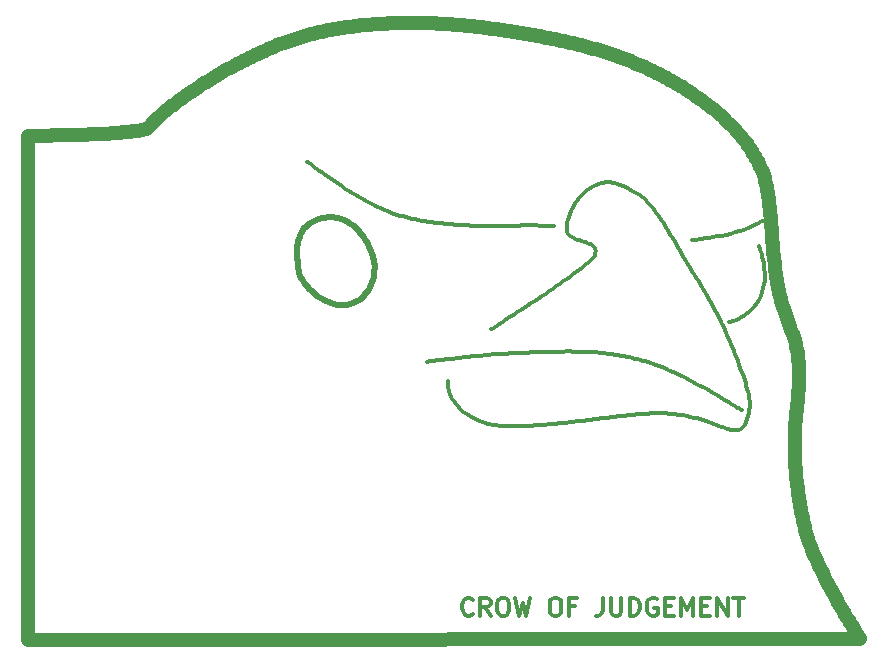
<source format=gbr>
%TF.GenerationSoftware,KiCad,Pcbnew,5.1.6-c6e7f7d~87~ubuntu19.10.1*%
%TF.CreationDate,2020-12-09T03:37:03-08:00*%
%TF.ProjectId,robocrob,726f626f-6372-46f6-922e-6b696361645f,rev?*%
%TF.SameCoordinates,Original*%
%TF.FileFunction,Legend,Top*%
%TF.FilePolarity,Positive*%
%FSLAX46Y46*%
G04 Gerber Fmt 4.6, Leading zero omitted, Abs format (unit mm)*
G04 Created by KiCad (PCBNEW 5.1.6-c6e7f7d~87~ubuntu19.10.1) date 2020-12-09 03:37:03*
%MOMM*%
%LPD*%
G01*
G04 APERTURE LIST*
%ADD10C,0.300000*%
%ADD11C,1.211414*%
%ADD12C,0.332145*%
%ADD13C,0.483092*%
G04 APERTURE END LIST*
D10*
X54476428Y-66575714D02*
X54405000Y-66647142D01*
X54190714Y-66718571D01*
X54047857Y-66718571D01*
X53833571Y-66647142D01*
X53690714Y-66504285D01*
X53619285Y-66361428D01*
X53547857Y-66075714D01*
X53547857Y-65861428D01*
X53619285Y-65575714D01*
X53690714Y-65432857D01*
X53833571Y-65290000D01*
X54047857Y-65218571D01*
X54190714Y-65218571D01*
X54405000Y-65290000D01*
X54476428Y-65361428D01*
X55976428Y-66718571D02*
X55476428Y-66004285D01*
X55119285Y-66718571D02*
X55119285Y-65218571D01*
X55690714Y-65218571D01*
X55833571Y-65290000D01*
X55905000Y-65361428D01*
X55976428Y-65504285D01*
X55976428Y-65718571D01*
X55905000Y-65861428D01*
X55833571Y-65932857D01*
X55690714Y-66004285D01*
X55119285Y-66004285D01*
X56905000Y-65218571D02*
X57190714Y-65218571D01*
X57333571Y-65290000D01*
X57476428Y-65432857D01*
X57547857Y-65718571D01*
X57547857Y-66218571D01*
X57476428Y-66504285D01*
X57333571Y-66647142D01*
X57190714Y-66718571D01*
X56905000Y-66718571D01*
X56762142Y-66647142D01*
X56619285Y-66504285D01*
X56547857Y-66218571D01*
X56547857Y-65718571D01*
X56619285Y-65432857D01*
X56762142Y-65290000D01*
X56905000Y-65218571D01*
X58047857Y-65218571D02*
X58405000Y-66718571D01*
X58690714Y-65647142D01*
X58976428Y-66718571D01*
X59333571Y-65218571D01*
X61333571Y-65218571D02*
X61619285Y-65218571D01*
X61762142Y-65290000D01*
X61905000Y-65432857D01*
X61976428Y-65718571D01*
X61976428Y-66218571D01*
X61905000Y-66504285D01*
X61762142Y-66647142D01*
X61619285Y-66718571D01*
X61333571Y-66718571D01*
X61190714Y-66647142D01*
X61047857Y-66504285D01*
X60976428Y-66218571D01*
X60976428Y-65718571D01*
X61047857Y-65432857D01*
X61190714Y-65290000D01*
X61333571Y-65218571D01*
X63119285Y-65932857D02*
X62619285Y-65932857D01*
X62619285Y-66718571D02*
X62619285Y-65218571D01*
X63333571Y-65218571D01*
X65476428Y-65218571D02*
X65476428Y-66290000D01*
X65405000Y-66504285D01*
X65262142Y-66647142D01*
X65047857Y-66718571D01*
X64905000Y-66718571D01*
X66190714Y-65218571D02*
X66190714Y-66432857D01*
X66262142Y-66575714D01*
X66333571Y-66647142D01*
X66476428Y-66718571D01*
X66762142Y-66718571D01*
X66905000Y-66647142D01*
X66976428Y-66575714D01*
X67047857Y-66432857D01*
X67047857Y-65218571D01*
X67762142Y-66718571D02*
X67762142Y-65218571D01*
X68119285Y-65218571D01*
X68333571Y-65290000D01*
X68476428Y-65432857D01*
X68547857Y-65575714D01*
X68619285Y-65861428D01*
X68619285Y-66075714D01*
X68547857Y-66361428D01*
X68476428Y-66504285D01*
X68333571Y-66647142D01*
X68119285Y-66718571D01*
X67762142Y-66718571D01*
X70047857Y-65290000D02*
X69905000Y-65218571D01*
X69690714Y-65218571D01*
X69476428Y-65290000D01*
X69333571Y-65432857D01*
X69262142Y-65575714D01*
X69190714Y-65861428D01*
X69190714Y-66075714D01*
X69262142Y-66361428D01*
X69333571Y-66504285D01*
X69476428Y-66647142D01*
X69690714Y-66718571D01*
X69833571Y-66718571D01*
X70047857Y-66647142D01*
X70119285Y-66575714D01*
X70119285Y-66075714D01*
X69833571Y-66075714D01*
X70762142Y-65932857D02*
X71262142Y-65932857D01*
X71476428Y-66718571D02*
X70762142Y-66718571D01*
X70762142Y-65218571D01*
X71476428Y-65218571D01*
X72119285Y-66718571D02*
X72119285Y-65218571D01*
X72619285Y-66290000D01*
X73119285Y-65218571D01*
X73119285Y-66718571D01*
X73833571Y-65932857D02*
X74333571Y-65932857D01*
X74547857Y-66718571D02*
X73833571Y-66718571D01*
X73833571Y-65218571D01*
X74547857Y-65218571D01*
X75190714Y-66718571D02*
X75190714Y-65218571D01*
X76047857Y-66718571D01*
X76047857Y-65218571D01*
X76547857Y-65218571D02*
X77405000Y-65218571D01*
X76976428Y-66718571D02*
X76976428Y-65218571D01*
D11*
%TO.C,svg2mod*%
X16843864Y-26099034D02*
X16861643Y-26098926D01*
X16861643Y-26098926D02*
X16913809Y-26098571D01*
X16913809Y-26098571D02*
X16998603Y-26097921D01*
X16998603Y-26097921D02*
X17114263Y-26096927D01*
X17114263Y-26096927D02*
X17259032Y-26095543D01*
X17259032Y-26095543D02*
X17431149Y-26093719D01*
X17431149Y-26093719D02*
X17628856Y-26091409D01*
X17628856Y-26091409D02*
X17850392Y-26088563D01*
X17850392Y-26088563D02*
X18093999Y-26085134D01*
X18093999Y-26085134D02*
X18357917Y-26081074D01*
X18357917Y-26081074D02*
X18640386Y-26076336D01*
X18640386Y-26076336D02*
X18939647Y-26070870D01*
X18939647Y-26070870D02*
X19253941Y-26064630D01*
X19253941Y-26064630D02*
X19581508Y-26057567D01*
X19581508Y-26057567D02*
X19920589Y-26049633D01*
X19920589Y-26049633D02*
X20269424Y-26040780D01*
X20269424Y-26040780D02*
X20626254Y-26030961D01*
X20626254Y-26030961D02*
X20989320Y-26020127D01*
X20989320Y-26020127D02*
X21356862Y-26008230D01*
X21356862Y-26008230D02*
X21727120Y-25995223D01*
X21727120Y-25995223D02*
X22098335Y-25981057D01*
X22098335Y-25981057D02*
X22468748Y-25965685D01*
X22468748Y-25965685D02*
X22836600Y-25949059D01*
X22836600Y-25949059D02*
X23200130Y-25931130D01*
X23200130Y-25931130D02*
X23557580Y-25911850D01*
X23557580Y-25911850D02*
X23907190Y-25891172D01*
X23907190Y-25891172D02*
X24247200Y-25869048D01*
X24247200Y-25869048D02*
X24575852Y-25845430D01*
X24575852Y-25845430D02*
X24891385Y-25820270D01*
X24891385Y-25820270D02*
X25192040Y-25793519D01*
X25192040Y-25793519D02*
X25476058Y-25765130D01*
X25476058Y-25765130D02*
X25741680Y-25735055D01*
X25741680Y-25735055D02*
X25987146Y-25703246D01*
X25987146Y-25703246D02*
X26210696Y-25669655D01*
X26210696Y-25669655D02*
X26410572Y-25634234D01*
X26410572Y-25634234D02*
X26585013Y-25596935D01*
X26585013Y-25596935D02*
X26732260Y-25557710D01*
X26732260Y-25557710D02*
X26850554Y-25516511D01*
X26850554Y-25516511D02*
X26938135Y-25473291D01*
X26938135Y-25473291D02*
X26993245Y-25428001D01*
X26993245Y-25428001D02*
X27090579Y-25313194D01*
X27090579Y-25313194D02*
X27195271Y-25195442D01*
X27195271Y-25195442D02*
X27307159Y-25074869D01*
X27307159Y-25074869D02*
X27426077Y-24951602D01*
X27426077Y-24951602D02*
X27551862Y-24825768D01*
X27551862Y-24825768D02*
X27684350Y-24697493D01*
X27684350Y-24697493D02*
X27823378Y-24566904D01*
X27823378Y-24566904D02*
X27968780Y-24434128D01*
X27968780Y-24434128D02*
X28120394Y-24299290D01*
X28120394Y-24299290D02*
X28278055Y-24162518D01*
X28278055Y-24162518D02*
X28441600Y-24023938D01*
X28441600Y-24023938D02*
X28610864Y-23883675D01*
X28610864Y-23883675D02*
X28785684Y-23741858D01*
X28785684Y-23741858D02*
X28965896Y-23598612D01*
X28965896Y-23598612D02*
X29151335Y-23454064D01*
X29151335Y-23454064D02*
X29341839Y-23308341D01*
X29341839Y-23308341D02*
X29537242Y-23161568D01*
X29537242Y-23161568D02*
X29737382Y-23013873D01*
X29737382Y-23013873D02*
X29942093Y-22865381D01*
X29942093Y-22865381D02*
X30151213Y-22716220D01*
X30151213Y-22716220D02*
X30364578Y-22566516D01*
X30364578Y-22566516D02*
X30582022Y-22416395D01*
X30582022Y-22416395D02*
X30803383Y-22265984D01*
X30803383Y-22265984D02*
X31028497Y-22115410D01*
X31028497Y-22115410D02*
X31257200Y-21964798D01*
X31257200Y-21964798D02*
X31489327Y-21814276D01*
X31489327Y-21814276D02*
X31724715Y-21663970D01*
X31724715Y-21663970D02*
X31963200Y-21514006D01*
X31963200Y-21514006D02*
X32204619Y-21364512D01*
X32204619Y-21364512D02*
X32448806Y-21215612D01*
X32448806Y-21215612D02*
X32695598Y-21067435D01*
X32695598Y-21067435D02*
X32944832Y-20920106D01*
X32944832Y-20920106D02*
X33196344Y-20773752D01*
X33196344Y-20773752D02*
X33449968Y-20628500D01*
X33449968Y-20628500D02*
X33705543Y-20484476D01*
X33705543Y-20484476D02*
X33962902Y-20341806D01*
X33962902Y-20341806D02*
X34221884Y-20200617D01*
X34221884Y-20200617D02*
X34482324Y-20061035D01*
X34482324Y-20061035D02*
X34744057Y-19923188D01*
X34744057Y-19923188D02*
X35006920Y-19787201D01*
X35006920Y-19787201D02*
X35270750Y-19653201D01*
X35270750Y-19653201D02*
X35535382Y-19521315D01*
X35535382Y-19521315D02*
X35800652Y-19391668D01*
X35800652Y-19391668D02*
X36066396Y-19264389D01*
X36066396Y-19264389D02*
X36332451Y-19139602D01*
X36332451Y-19139602D02*
X36598652Y-19017435D01*
X36598652Y-19017435D02*
X36864836Y-18898014D01*
X36864836Y-18898014D02*
X37130838Y-18781465D01*
X37130838Y-18781465D02*
X37396496Y-18667915D01*
X37396496Y-18667915D02*
X37661644Y-18557492D01*
X37661644Y-18557492D02*
X37926119Y-18450320D01*
X37926119Y-18450320D02*
X38189757Y-18346526D01*
X38189757Y-18346526D02*
X38452394Y-18246238D01*
X38452394Y-18246238D02*
X38713867Y-18149582D01*
X38713867Y-18149582D02*
X38974011Y-18056683D01*
X38974011Y-18056683D02*
X39232662Y-17967669D01*
X39232662Y-17967669D02*
X39489657Y-17882667D01*
X39489657Y-17882667D02*
X39744831Y-17801801D01*
X39744831Y-17801801D02*
X39998021Y-17725200D01*
X39998021Y-17725200D02*
X40249063Y-17652990D01*
X40249063Y-17652990D02*
X40497793Y-17585297D01*
X40497793Y-17585297D02*
X40744761Y-17521270D01*
X40744761Y-17521270D02*
X40992451Y-17459478D01*
X40992451Y-17459478D02*
X41240845Y-17399900D01*
X41240845Y-17399900D02*
X41489929Y-17342517D01*
X41489929Y-17342517D02*
X41739684Y-17287308D01*
X41739684Y-17287308D02*
X41990095Y-17234254D01*
X41990095Y-17234254D02*
X42241144Y-17183335D01*
X42241144Y-17183335D02*
X42492816Y-17134532D01*
X42492816Y-17134532D02*
X42745094Y-17087824D01*
X42745094Y-17087824D02*
X42997962Y-17043191D01*
X42997962Y-17043191D02*
X43251402Y-17000614D01*
X43251402Y-17000614D02*
X43505399Y-16960072D01*
X43505399Y-16960072D02*
X43759935Y-16921547D01*
X43759935Y-16921547D02*
X44014995Y-16885018D01*
X44014995Y-16885018D02*
X44270562Y-16850465D01*
X44270562Y-16850465D02*
X44526619Y-16817868D01*
X44526619Y-16817868D02*
X44783149Y-16787208D01*
X44783149Y-16787208D02*
X45040137Y-16758465D01*
X45040137Y-16758465D02*
X45297566Y-16731619D01*
X45297566Y-16731619D02*
X45555419Y-16706650D01*
X45555419Y-16706650D02*
X45813679Y-16683538D01*
X45813679Y-16683538D02*
X46072331Y-16662263D01*
X46072331Y-16662263D02*
X46331357Y-16642806D01*
X46331357Y-16642806D02*
X46590742Y-16625147D01*
X46590742Y-16625147D02*
X46850468Y-16609265D01*
X46850468Y-16609265D02*
X47110519Y-16595141D01*
X47110519Y-16595141D02*
X47370879Y-16582756D01*
X47370879Y-16582756D02*
X47631531Y-16572089D01*
X47631531Y-16572089D02*
X47892459Y-16563120D01*
X47892459Y-16563120D02*
X48153645Y-16555830D01*
X48153645Y-16555830D02*
X48415074Y-16550199D01*
X48415074Y-16550199D02*
X48676729Y-16546207D01*
X48676729Y-16546207D02*
X48938594Y-16543833D01*
X48938594Y-16543833D02*
X49200651Y-16543059D01*
X49200651Y-16543059D02*
X49462885Y-16543865D01*
X49462885Y-16543865D02*
X49725279Y-16546230D01*
X49725279Y-16546230D02*
X49987817Y-16550135D01*
X49987817Y-16550135D02*
X50250481Y-16555559D01*
X50250481Y-16555559D02*
X50513255Y-16562484D01*
X50513255Y-16562484D02*
X50776124Y-16570889D01*
X50776124Y-16570889D02*
X51039069Y-16580754D01*
X51039069Y-16580754D02*
X51302076Y-16592060D01*
X51302076Y-16592060D02*
X51565127Y-16604786D01*
X51565127Y-16604786D02*
X51828206Y-16618913D01*
X51828206Y-16618913D02*
X52091295Y-16634422D01*
X52091295Y-16634422D02*
X52354380Y-16651291D01*
X52354380Y-16651291D02*
X52617443Y-16669501D01*
X52617443Y-16669501D02*
X52880468Y-16689034D01*
X52880468Y-16689034D02*
X53143437Y-16709867D01*
X53143437Y-16709867D02*
X53406336Y-16731983D01*
X53406336Y-16731983D02*
X53669147Y-16755360D01*
X53669147Y-16755360D02*
X53931853Y-16779979D01*
X53931853Y-16779979D02*
X54194438Y-16805821D01*
X54194438Y-16805821D02*
X54456886Y-16832865D01*
X54456886Y-16832865D02*
X54719180Y-16861091D01*
X54719180Y-16861091D02*
X54981304Y-16890481D01*
X54981304Y-16890481D02*
X55243241Y-16921013D01*
X55243241Y-16921013D02*
X55504974Y-16952668D01*
X55504974Y-16952668D02*
X55766487Y-16985426D01*
X55766487Y-16985426D02*
X56027764Y-17019268D01*
X56027764Y-17019268D02*
X56288788Y-17054173D01*
X56288788Y-17054173D02*
X56549542Y-17090122D01*
X56549542Y-17090122D02*
X56810010Y-17127094D01*
X56810010Y-17127094D02*
X57070176Y-17165071D01*
X57070176Y-17165071D02*
X57330023Y-17204031D01*
X57330023Y-17204031D02*
X57589533Y-17243956D01*
X57589533Y-17243956D02*
X57848692Y-17284825D01*
X57848692Y-17284825D02*
X58107482Y-17326619D01*
X58107482Y-17326619D02*
X58365887Y-17369318D01*
X58365887Y-17369318D02*
X58623891Y-17412901D01*
X58623891Y-17412901D02*
X58881476Y-17457350D01*
X58881476Y-17457350D02*
X59138626Y-17502644D01*
X59138626Y-17502644D02*
X59395325Y-17548763D01*
X59395325Y-17548763D02*
X59651557Y-17595688D01*
X59651557Y-17595688D02*
X59907304Y-17643398D01*
X59907304Y-17643398D02*
X60162550Y-17691874D01*
X60162550Y-17691874D02*
X60417279Y-17741096D01*
X60417279Y-17741096D02*
X60671474Y-17791044D01*
X60671474Y-17791044D02*
X60925119Y-17841699D01*
X60925119Y-17841699D02*
X61178197Y-17893040D01*
X61178197Y-17893040D02*
X61430692Y-17945048D01*
X61430692Y-17945048D02*
X61682587Y-17997702D01*
X61682587Y-17997702D02*
X61933865Y-18050984D01*
X61933865Y-18050984D02*
X62184510Y-18104872D01*
X62184510Y-18104872D02*
X62434506Y-18159348D01*
X62434506Y-18159348D02*
X62683836Y-18214391D01*
X62683836Y-18214391D02*
X62933469Y-18270816D01*
X62933469Y-18270816D02*
X63182999Y-18329153D01*
X63182999Y-18329153D02*
X63432389Y-18389405D01*
X63432389Y-18389405D02*
X63681606Y-18451577D01*
X63681606Y-18451577D02*
X63930614Y-18515674D01*
X63930614Y-18515674D02*
X64179378Y-18581700D01*
X64179378Y-18581700D02*
X64427863Y-18649660D01*
X64427863Y-18649660D02*
X64676034Y-18719559D01*
X64676034Y-18719559D02*
X64923856Y-18791400D01*
X64923856Y-18791400D02*
X65171294Y-18865190D01*
X65171294Y-18865190D02*
X65418312Y-18940932D01*
X65418312Y-18940932D02*
X65664877Y-19018631D01*
X65664877Y-19018631D02*
X65910951Y-19098292D01*
X65910951Y-19098292D02*
X66156502Y-19179919D01*
X66156502Y-19179919D02*
X66401493Y-19263517D01*
X66401493Y-19263517D02*
X66645889Y-19349091D01*
X66645889Y-19349091D02*
X66889656Y-19436645D01*
X66889656Y-19436645D02*
X67132758Y-19526183D01*
X67132758Y-19526183D02*
X67375160Y-19617711D01*
X67375160Y-19617711D02*
X67616827Y-19711232D01*
X67616827Y-19711232D02*
X67857725Y-19806753D01*
X67857725Y-19806753D02*
X68097818Y-19904276D01*
X68097818Y-19904276D02*
X68337070Y-20003807D01*
X68337070Y-20003807D02*
X68575448Y-20105351D01*
X68575448Y-20105351D02*
X68812915Y-20208912D01*
X68812915Y-20208912D02*
X69049438Y-20314494D01*
X69049438Y-20314494D02*
X69284980Y-20422103D01*
X69284980Y-20422103D02*
X69519506Y-20531743D01*
X69519506Y-20531743D02*
X69752983Y-20643418D01*
X69752983Y-20643418D02*
X69985373Y-20757133D01*
X69985373Y-20757133D02*
X70216644Y-20872893D01*
X70216644Y-20872893D02*
X70446758Y-20990703D01*
X70446758Y-20990703D02*
X70675682Y-21110566D01*
X70675682Y-21110566D02*
X70903381Y-21232488D01*
X70903381Y-21232488D02*
X71129818Y-21356473D01*
X71129818Y-21356473D02*
X71354960Y-21482526D01*
X71354960Y-21482526D02*
X71578771Y-21610652D01*
X71578771Y-21610652D02*
X71801216Y-21740854D01*
X71801216Y-21740854D02*
X72022260Y-21873138D01*
X72022260Y-21873138D02*
X72241868Y-22007509D01*
X72241868Y-22007509D02*
X72460004Y-22143970D01*
X72460004Y-22143970D02*
X72676635Y-22282527D01*
X72676635Y-22282527D02*
X72891724Y-22423184D01*
X72891724Y-22423184D02*
X73105237Y-22565946D01*
X73105237Y-22565946D02*
X73317138Y-22710817D01*
X73317138Y-22710817D02*
X73527393Y-22857802D01*
X73527393Y-22857802D02*
X73735966Y-23006906D01*
X73735966Y-23006906D02*
X73942823Y-23158132D01*
X73942823Y-23158132D02*
X74147928Y-23311487D01*
X74147928Y-23311487D02*
X74351246Y-23466974D01*
X74351246Y-23466974D02*
X74552743Y-23624599D01*
X74552743Y-23624599D02*
X74754178Y-23785845D01*
X74754178Y-23785845D02*
X74954321Y-23949920D01*
X74954321Y-23949920D02*
X75152963Y-24116821D01*
X75152963Y-24116821D02*
X75349893Y-24286542D01*
X75349893Y-24286542D02*
X75544900Y-24459081D01*
X75544900Y-24459081D02*
X75737773Y-24634432D01*
X75737773Y-24634432D02*
X75928304Y-24812593D01*
X75928304Y-24812593D02*
X76116280Y-24993559D01*
X76116280Y-24993559D02*
X76301492Y-25177327D01*
X76301492Y-25177327D02*
X76483729Y-25363892D01*
X76483729Y-25363892D02*
X76662780Y-25553250D01*
X76662780Y-25553250D02*
X76838436Y-25745398D01*
X76838436Y-25745398D02*
X77010485Y-25940332D01*
X77010485Y-25940332D02*
X77178718Y-26138047D01*
X77178718Y-26138047D02*
X77342923Y-26338540D01*
X77342923Y-26338540D02*
X77502891Y-26541807D01*
X77502891Y-26541807D02*
X77658410Y-26747844D01*
X77658410Y-26747844D02*
X77809271Y-26956647D01*
X77809271Y-26956647D02*
X77955263Y-27168212D01*
X77955263Y-27168212D02*
X78096175Y-27382535D01*
X78096175Y-27382535D02*
X78231797Y-27599612D01*
X78231797Y-27599612D02*
X78361919Y-27819439D01*
X78361919Y-27819439D02*
X78486330Y-28042013D01*
X78486330Y-28042013D02*
X78604819Y-28267329D01*
X78604819Y-28267329D02*
X78717177Y-28495383D01*
X78717177Y-28495383D02*
X78823192Y-28726172D01*
X78823192Y-28726172D02*
X78922654Y-28959691D01*
X78922654Y-28959691D02*
X79015354Y-29195937D01*
X79015354Y-29195937D02*
X79101079Y-29434905D01*
X79101079Y-29434905D02*
X79179620Y-29676593D01*
X79179620Y-29676593D02*
X79250767Y-29920995D01*
X79250767Y-29920995D02*
X79314309Y-30168108D01*
X79314309Y-30168108D02*
X79370035Y-30417928D01*
X79370035Y-30417928D02*
X79417735Y-30670450D01*
X79417735Y-30670450D02*
X79459193Y-30922689D01*
X79459193Y-30922689D02*
X79497239Y-31175837D01*
X79497239Y-31175837D02*
X79532143Y-31429816D01*
X79532143Y-31429816D02*
X79564171Y-31684546D01*
X79564171Y-31684546D02*
X79593594Y-31939949D01*
X79593594Y-31939949D02*
X79620680Y-32195948D01*
X79620680Y-32195948D02*
X79645698Y-32452463D01*
X79645698Y-32452463D02*
X79668916Y-32709417D01*
X79668916Y-32709417D02*
X79690602Y-32966730D01*
X79690602Y-32966730D02*
X79711027Y-33224324D01*
X79711027Y-33224324D02*
X79730457Y-33482121D01*
X79730457Y-33482121D02*
X79749163Y-33740043D01*
X79749163Y-33740043D02*
X79767413Y-33998011D01*
X79767413Y-33998011D02*
X79785474Y-34255946D01*
X79785474Y-34255946D02*
X79803617Y-34513770D01*
X79803617Y-34513770D02*
X79822109Y-34771406D01*
X79822109Y-34771406D02*
X79841220Y-35028773D01*
X79841220Y-35028773D02*
X79861218Y-35285794D01*
X79861218Y-35285794D02*
X79882372Y-35542391D01*
X79882372Y-35542391D02*
X79904950Y-35798484D01*
X79904950Y-35798484D02*
X79929221Y-36053996D01*
X79929221Y-36053996D02*
X79955454Y-36308848D01*
X79955454Y-36308848D02*
X79983918Y-36562962D01*
X79983918Y-36562962D02*
X80022912Y-36890638D01*
X80022912Y-36890638D02*
X80061384Y-37201316D01*
X80061384Y-37201316D02*
X80099661Y-37496404D01*
X80099661Y-37496404D02*
X80138072Y-37777312D01*
X80138072Y-37777312D02*
X80176945Y-38045449D01*
X80176945Y-38045449D02*
X80216607Y-38302223D01*
X80216607Y-38302223D02*
X80257387Y-38549043D01*
X80257387Y-38549043D02*
X80299614Y-38787319D01*
X80299614Y-38787319D02*
X80343614Y-39018458D01*
X80343614Y-39018458D02*
X80389717Y-39243870D01*
X80389717Y-39243870D02*
X80438250Y-39464964D01*
X80438250Y-39464964D02*
X80489541Y-39683149D01*
X80489541Y-39683149D02*
X80543920Y-39899833D01*
X80543920Y-39899833D02*
X80601713Y-40116426D01*
X80601713Y-40116426D02*
X80663249Y-40334336D01*
X80663249Y-40334336D02*
X80728855Y-40554972D01*
X80728855Y-40554972D02*
X80798861Y-40779743D01*
X80798861Y-40779743D02*
X80873595Y-41010059D01*
X80873595Y-41010059D02*
X80953383Y-41247327D01*
X80953383Y-41247327D02*
X81038555Y-41492956D01*
X81038555Y-41492956D02*
X81129439Y-41748357D01*
X81129439Y-41748357D02*
X81226362Y-42014937D01*
X81226362Y-42014937D02*
X81329653Y-42294105D01*
X81329653Y-42294105D02*
X81439640Y-42587270D01*
X81439640Y-42587270D02*
X81556651Y-42895842D01*
X81556651Y-42895842D02*
X81651169Y-43159801D01*
X81651169Y-43159801D02*
X81735329Y-43427053D01*
X81735329Y-43427053D02*
X81809595Y-43697197D01*
X81809595Y-43697197D02*
X81874432Y-43969834D01*
X81874432Y-43969834D02*
X81930303Y-44244562D01*
X81930303Y-44244562D02*
X81977673Y-44520983D01*
X81977673Y-44520983D02*
X82017005Y-44798694D01*
X82017005Y-44798694D02*
X82048764Y-45077297D01*
X82048764Y-45077297D02*
X82073413Y-45356390D01*
X82073413Y-45356390D02*
X82091417Y-45635574D01*
X82091417Y-45635574D02*
X82103239Y-45914447D01*
X82103239Y-45914447D02*
X82109344Y-46192610D01*
X82109344Y-46192610D02*
X82110196Y-46469662D01*
X82110196Y-46469662D02*
X82106258Y-46745204D01*
X82106258Y-46745204D02*
X82097995Y-47018834D01*
X82097995Y-47018834D02*
X82085871Y-47290152D01*
X82085871Y-47290152D02*
X82070349Y-47558758D01*
X82070349Y-47558758D02*
X82051894Y-47824252D01*
X82051894Y-47824252D02*
X82030970Y-48086234D01*
X82030970Y-48086234D02*
X82008040Y-48344302D01*
X82008040Y-48344302D02*
X81983569Y-48598057D01*
X81983569Y-48598057D02*
X81958021Y-48847098D01*
X81958021Y-48847098D02*
X81931860Y-49091025D01*
X81931860Y-49091025D02*
X81905550Y-49329438D01*
X81905550Y-49329438D02*
X81879555Y-49561936D01*
X81879555Y-49561936D02*
X81854338Y-49788119D01*
X81854338Y-49788119D02*
X81830365Y-50007586D01*
X81830365Y-50007586D02*
X81808098Y-50219938D01*
X81808098Y-50219938D02*
X81788002Y-50424774D01*
X81788002Y-50424774D02*
X81770541Y-50621694D01*
X81770541Y-50621694D02*
X81756180Y-50810297D01*
X81756180Y-50810297D02*
X81745381Y-50990183D01*
X81745381Y-50990183D02*
X81734075Y-51243363D01*
X81734075Y-51243363D02*
X81725661Y-51497492D01*
X81725661Y-51497492D02*
X81720085Y-51752494D01*
X81720085Y-51752494D02*
X81717298Y-52008296D01*
X81717298Y-52008296D02*
X81717248Y-52264821D01*
X81717248Y-52264821D02*
X81719883Y-52521994D01*
X81719883Y-52521994D02*
X81725153Y-52779740D01*
X81725153Y-52779740D02*
X81733006Y-53037984D01*
X81733006Y-53037984D02*
X81743390Y-53296650D01*
X81743390Y-53296650D02*
X81756256Y-53555663D01*
X81756256Y-53555663D02*
X81771551Y-53814947D01*
X81771551Y-53814947D02*
X81789225Y-54074428D01*
X81789225Y-54074428D02*
X81809225Y-54334030D01*
X81809225Y-54334030D02*
X81831501Y-54593679D01*
X81831501Y-54593679D02*
X81856001Y-54853297D01*
X81856001Y-54853297D02*
X81882675Y-55112811D01*
X81882675Y-55112811D02*
X81911471Y-55372145D01*
X81911471Y-55372145D02*
X81942337Y-55631224D01*
X81942337Y-55631224D02*
X81975223Y-55889972D01*
X81975223Y-55889972D02*
X82010077Y-56148315D01*
X82010077Y-56148315D02*
X82046849Y-56406176D01*
X82046849Y-56406176D02*
X82085486Y-56663482D01*
X82085486Y-56663482D02*
X82125937Y-56920155D01*
X82125937Y-56920155D02*
X82168152Y-57176122D01*
X82168152Y-57176122D02*
X82212079Y-57431306D01*
X82212079Y-57431306D02*
X82257667Y-57685633D01*
X82257667Y-57685633D02*
X82304864Y-57939027D01*
X82304864Y-57939027D02*
X82353620Y-58191414D01*
X82353620Y-58191414D02*
X82403883Y-58442716D01*
X82403883Y-58442716D02*
X82455601Y-58692861D01*
X82455601Y-58692861D02*
X82508724Y-58941771D01*
X82508724Y-58941771D02*
X82563201Y-59189372D01*
X82563201Y-59189372D02*
X82624965Y-59445689D01*
X82624965Y-59445689D02*
X82697393Y-59710517D01*
X82697393Y-59710517D02*
X82779867Y-59983108D01*
X82779867Y-59983108D02*
X82871769Y-60262708D01*
X82871769Y-60262708D02*
X82972483Y-60548566D01*
X82972483Y-60548566D02*
X83081392Y-60839931D01*
X83081392Y-60839931D02*
X83197878Y-61136052D01*
X83197878Y-61136052D02*
X83321324Y-61436176D01*
X83321324Y-61436176D02*
X83451113Y-61739553D01*
X83451113Y-61739553D02*
X83586628Y-62045430D01*
X83586628Y-62045430D02*
X83727252Y-62353056D01*
X83727252Y-62353056D02*
X83872368Y-62661680D01*
X83872368Y-62661680D02*
X84021357Y-62970550D01*
X84021357Y-62970550D02*
X84173604Y-63278915D01*
X84173604Y-63278915D02*
X84328492Y-63586024D01*
X84328492Y-63586024D02*
X84485402Y-63891123D01*
X84485402Y-63891123D02*
X84643718Y-64193463D01*
X84643718Y-64193463D02*
X84802822Y-64492292D01*
X84802822Y-64492292D02*
X84962098Y-64786857D01*
X84962098Y-64786857D02*
X85120929Y-65076408D01*
X85120929Y-65076408D02*
X85278696Y-65360194D01*
X85278696Y-65360194D02*
X85434784Y-65637461D01*
X85434784Y-65637461D02*
X85588574Y-65907460D01*
X85588574Y-65907460D02*
X85739450Y-66169439D01*
X85739450Y-66169439D02*
X85886795Y-66422645D01*
X85886795Y-66422645D02*
X86029991Y-66666328D01*
X86029991Y-66666328D02*
X86168422Y-66899736D01*
X86168422Y-66899736D02*
X86301469Y-67122117D01*
X86301469Y-67122117D02*
X86428516Y-67332720D01*
X86428516Y-67332720D02*
X86548947Y-67530794D01*
X86548947Y-67530794D02*
X86662143Y-67715587D01*
X86662143Y-67715587D02*
X86767487Y-67886347D01*
X86767487Y-67886347D02*
X86864363Y-68042323D01*
X86864363Y-68042323D02*
X86952152Y-68182763D01*
X86952152Y-68182763D02*
X87030239Y-68306916D01*
X87030239Y-68306916D02*
X87098006Y-68414031D01*
X87098006Y-68414031D02*
X87154835Y-68503355D01*
X87154835Y-68503355D02*
X87200110Y-68574138D01*
X87200110Y-68574138D02*
X87233214Y-68625628D01*
X87233214Y-68625628D02*
X87253528Y-68657073D01*
X87253528Y-68657073D02*
X87260437Y-68667721D01*
X87260437Y-68667721D02*
X16843864Y-68793537D01*
X16843864Y-68793537D02*
X16843864Y-26099034D01*
D12*
X77236875Y-49333569D02*
X77220779Y-49323598D01*
X77220779Y-49323598D02*
X77173693Y-49294511D01*
X77173693Y-49294511D02*
X77097425Y-49247551D01*
X77097425Y-49247551D02*
X76993779Y-49183957D01*
X76993779Y-49183957D02*
X76864562Y-49104972D01*
X76864562Y-49104972D02*
X76711578Y-49011835D01*
X76711578Y-49011835D02*
X76536634Y-48905789D01*
X76536634Y-48905789D02*
X76341536Y-48788074D01*
X76341536Y-48788074D02*
X76128088Y-48659930D01*
X76128088Y-48659930D02*
X75898098Y-48522601D01*
X75898098Y-48522601D02*
X75653370Y-48377325D01*
X75653370Y-48377325D02*
X75395710Y-48225345D01*
X75395710Y-48225345D02*
X75126924Y-48067901D01*
X75126924Y-48067901D02*
X74848817Y-47906235D01*
X74848817Y-47906235D02*
X74563196Y-47741587D01*
X74563196Y-47741587D02*
X74271866Y-47575198D01*
X74271866Y-47575198D02*
X73976632Y-47408311D01*
X73976632Y-47408311D02*
X73679301Y-47242164D01*
X73679301Y-47242164D02*
X73381678Y-47078001D01*
X73381678Y-47078001D02*
X73085569Y-46917061D01*
X73085569Y-46917061D02*
X72792779Y-46760586D01*
X72792779Y-46760586D02*
X72505114Y-46609816D01*
X72505114Y-46609816D02*
X72224381Y-46465994D01*
X72224381Y-46465994D02*
X71952384Y-46330359D01*
X71952384Y-46330359D02*
X71690929Y-46204154D01*
X71690929Y-46204154D02*
X71441822Y-46088618D01*
X71441822Y-46088618D02*
X71206870Y-45984993D01*
X71206870Y-45984993D02*
X70987876Y-45894521D01*
X70987876Y-45894521D02*
X70725320Y-45791096D01*
X70725320Y-45791096D02*
X70472454Y-45693161D01*
X70472454Y-45693161D02*
X70228089Y-45600470D01*
X70228089Y-45600470D02*
X69991037Y-45512779D01*
X69991037Y-45512779D02*
X69760110Y-45429843D01*
X69760110Y-45429843D02*
X69534117Y-45351418D01*
X69534117Y-45351418D02*
X69311872Y-45277260D01*
X69311872Y-45277260D02*
X69092186Y-45207123D01*
X69092186Y-45207123D02*
X68873869Y-45140763D01*
X68873869Y-45140763D02*
X68655733Y-45077936D01*
X68655733Y-45077936D02*
X68436590Y-45018396D01*
X68436590Y-45018396D02*
X68215252Y-44961900D01*
X68215252Y-44961900D02*
X67990529Y-44908203D01*
X67990529Y-44908203D02*
X67761233Y-44857060D01*
X67761233Y-44857060D02*
X67526175Y-44808226D01*
X67526175Y-44808226D02*
X67284167Y-44761457D01*
X67284167Y-44761457D02*
X67034021Y-44716509D01*
X67034021Y-44716509D02*
X66774547Y-44673137D01*
X66774547Y-44673137D02*
X66504558Y-44631096D01*
X66504558Y-44631096D02*
X66222864Y-44590141D01*
X66222864Y-44590141D02*
X65928277Y-44550029D01*
X65928277Y-44550029D02*
X65619608Y-44510514D01*
X65619608Y-44510514D02*
X65405273Y-44485634D01*
X65405273Y-44485634D02*
X65184018Y-44463329D01*
X65184018Y-44463329D02*
X64956256Y-44443508D01*
X64956256Y-44443508D02*
X64722401Y-44426081D01*
X64722401Y-44426081D02*
X64482865Y-44410957D01*
X64482865Y-44410957D02*
X64238062Y-44398043D01*
X64238062Y-44398043D02*
X63988405Y-44387250D01*
X63988405Y-44387250D02*
X63734309Y-44378486D01*
X63734309Y-44378486D02*
X63476185Y-44371660D01*
X63476185Y-44371660D02*
X63214448Y-44366680D01*
X63214448Y-44366680D02*
X62949510Y-44363457D01*
X62949510Y-44363457D02*
X62681786Y-44361899D01*
X62681786Y-44361899D02*
X62411688Y-44361914D01*
X62411688Y-44361914D02*
X62139630Y-44363412D01*
X62139630Y-44363412D02*
X61866025Y-44366301D01*
X61866025Y-44366301D02*
X61591286Y-44370491D01*
X61591286Y-44370491D02*
X61315827Y-44375891D01*
X61315827Y-44375891D02*
X61040061Y-44382408D01*
X61040061Y-44382408D02*
X60764402Y-44389954D01*
X60764402Y-44389954D02*
X60489262Y-44398435D01*
X60489262Y-44398435D02*
X60215055Y-44407762D01*
X60215055Y-44407762D02*
X59942195Y-44417842D01*
X59942195Y-44417842D02*
X59671095Y-44428586D01*
X59671095Y-44428586D02*
X59402167Y-44439902D01*
X59402167Y-44439902D02*
X59135826Y-44451698D01*
X59135826Y-44451698D02*
X58872485Y-44463884D01*
X58872485Y-44463884D02*
X58612557Y-44476370D01*
X58612557Y-44476370D02*
X58356456Y-44489062D01*
X58356456Y-44489062D02*
X58104594Y-44501872D01*
X58104594Y-44501872D02*
X57857385Y-44514707D01*
X57857385Y-44514707D02*
X57615243Y-44527476D01*
X57615243Y-44527476D02*
X57378581Y-44540089D01*
X57378581Y-44540089D02*
X57147811Y-44552454D01*
X57147811Y-44552454D02*
X56840263Y-44570444D01*
X56840263Y-44570444D02*
X56520132Y-44591936D01*
X56520132Y-44591936D02*
X56189559Y-44616570D01*
X56189559Y-44616570D02*
X55850683Y-44643985D01*
X55850683Y-44643985D02*
X55505642Y-44673820D01*
X55505642Y-44673820D02*
X55156577Y-44705716D01*
X55156577Y-44705716D02*
X54805628Y-44739310D01*
X54805628Y-44739310D02*
X54454933Y-44774244D01*
X54454933Y-44774244D02*
X54106632Y-44810155D01*
X54106632Y-44810155D02*
X53762865Y-44846684D01*
X53762865Y-44846684D02*
X53425771Y-44883470D01*
X53425771Y-44883470D02*
X53097490Y-44920152D01*
X53097490Y-44920152D02*
X52780160Y-44956369D01*
X52780160Y-44956369D02*
X52475922Y-44991762D01*
X52475922Y-44991762D02*
X52186915Y-45025968D01*
X52186915Y-45025968D02*
X51915278Y-45058629D01*
X51915278Y-45058629D02*
X51663152Y-45089383D01*
X51663152Y-45089383D02*
X51432675Y-45117869D01*
X51432675Y-45117869D02*
X51225986Y-45143727D01*
X51225986Y-45143727D02*
X51045226Y-45166596D01*
X51045226Y-45166596D02*
X50892534Y-45186116D01*
X50892534Y-45186116D02*
X50770049Y-45201926D01*
X50770049Y-45201926D02*
X50679911Y-45213665D01*
X50679911Y-45213665D02*
X50624259Y-45220973D01*
X50624259Y-45220973D02*
X50605233Y-45223489D01*
X52408636Y-46901054D02*
X52406275Y-46914609D01*
X52406275Y-46914609D02*
X52400866Y-46954085D01*
X52400866Y-46954085D02*
X52394922Y-47017699D01*
X52394922Y-47017699D02*
X52390957Y-47103665D01*
X52390957Y-47103665D02*
X52391484Y-47210199D01*
X52391484Y-47210199D02*
X52399014Y-47335518D01*
X52399014Y-47335518D02*
X52416062Y-47477838D01*
X52416062Y-47477838D02*
X52445140Y-47635373D01*
X52445140Y-47635373D02*
X52488762Y-47806341D01*
X52488762Y-47806341D02*
X52549439Y-47988956D01*
X52549439Y-47988956D02*
X52629686Y-48181435D01*
X52629686Y-48181435D02*
X52732015Y-48381994D01*
X52732015Y-48381994D02*
X52858940Y-48588848D01*
X52858940Y-48588848D02*
X53012972Y-48800214D01*
X53012972Y-48800214D02*
X53196625Y-49014306D01*
X53196625Y-49014306D02*
X53412413Y-49229342D01*
X53412413Y-49229342D02*
X53662847Y-49443537D01*
X53662847Y-49443537D02*
X53950442Y-49655106D01*
X53950442Y-49655106D02*
X54277709Y-49862266D01*
X54277709Y-49862266D02*
X54647162Y-50063232D01*
X54647162Y-50063232D02*
X55061314Y-50256221D01*
X55061314Y-50256221D02*
X55214002Y-50317342D01*
X55214002Y-50317342D02*
X55375616Y-50373176D01*
X55375616Y-50373176D02*
X55545874Y-50423869D01*
X55545874Y-50423869D02*
X55724496Y-50469567D01*
X55724496Y-50469567D02*
X55911200Y-50510418D01*
X55911200Y-50510418D02*
X56105705Y-50546567D01*
X56105705Y-50546567D02*
X56307730Y-50578162D01*
X56307730Y-50578162D02*
X56516992Y-50605350D01*
X56516992Y-50605350D02*
X56733211Y-50628277D01*
X56733211Y-50628277D02*
X56956106Y-50647090D01*
X56956106Y-50647090D02*
X57185395Y-50661935D01*
X57185395Y-50661935D02*
X57420797Y-50672960D01*
X57420797Y-50672960D02*
X57662031Y-50680311D01*
X57662031Y-50680311D02*
X57908814Y-50684135D01*
X57908814Y-50684135D02*
X58160867Y-50684578D01*
X58160867Y-50684578D02*
X58417907Y-50681788D01*
X58417907Y-50681788D02*
X58679654Y-50675911D01*
X58679654Y-50675911D02*
X58945825Y-50667094D01*
X58945825Y-50667094D02*
X59216141Y-50655483D01*
X59216141Y-50655483D02*
X59490318Y-50641225D01*
X59490318Y-50641225D02*
X59768077Y-50624467D01*
X59768077Y-50624467D02*
X60049135Y-50605356D01*
X60049135Y-50605356D02*
X60333212Y-50584039D01*
X60333212Y-50584039D02*
X60620025Y-50560662D01*
X60620025Y-50560662D02*
X60909295Y-50535371D01*
X60909295Y-50535371D02*
X61200739Y-50508314D01*
X61200739Y-50508314D02*
X61494076Y-50479638D01*
X61494076Y-50479638D02*
X61789024Y-50449488D01*
X61789024Y-50449488D02*
X62085304Y-50418013D01*
X62085304Y-50418013D02*
X62382632Y-50385358D01*
X62382632Y-50385358D02*
X62680728Y-50351670D01*
X62680728Y-50351670D02*
X62979311Y-50317097D01*
X62979311Y-50317097D02*
X63278099Y-50281784D01*
X63278099Y-50281784D02*
X63576811Y-50245878D01*
X63576811Y-50245878D02*
X63875165Y-50209527D01*
X63875165Y-50209527D02*
X64172881Y-50172877D01*
X64172881Y-50172877D02*
X64469677Y-50136074D01*
X64469677Y-50136074D02*
X64765271Y-50099266D01*
X64765271Y-50099266D02*
X65059383Y-50062599D01*
X65059383Y-50062599D02*
X65351730Y-50026219D01*
X65351730Y-50026219D02*
X65642032Y-49990275D01*
X65642032Y-49990275D02*
X65930008Y-49954912D01*
X65930008Y-49954912D02*
X66215376Y-49920276D01*
X66215376Y-49920276D02*
X66497854Y-49886516D01*
X66497854Y-49886516D02*
X66777162Y-49853777D01*
X66777162Y-49853777D02*
X67053017Y-49822206D01*
X67053017Y-49822206D02*
X67325140Y-49791950D01*
X67325140Y-49791950D02*
X67593248Y-49763156D01*
X67593248Y-49763156D02*
X67857060Y-49735971D01*
X67857060Y-49735971D02*
X68116295Y-49710541D01*
X68116295Y-49710541D02*
X68370671Y-49687012D01*
X68370671Y-49687012D02*
X68619908Y-49665532D01*
X68619908Y-49665532D02*
X68863723Y-49646248D01*
X68863723Y-49646248D02*
X69101836Y-49629305D01*
X69101836Y-49629305D02*
X69333965Y-49614852D01*
X69333965Y-49614852D02*
X69559830Y-49603034D01*
X69559830Y-49603034D02*
X69779147Y-49593998D01*
X69779147Y-49593998D02*
X69991637Y-49587892D01*
X69991637Y-49587892D02*
X70197018Y-49584861D01*
X70197018Y-49584861D02*
X70395008Y-49585052D01*
X70395008Y-49585052D02*
X70585327Y-49588613D01*
X70585327Y-49588613D02*
X70767693Y-49595690D01*
X70767693Y-49595690D02*
X71167246Y-49621390D01*
X71167246Y-49621390D02*
X71547573Y-49657049D01*
X71547573Y-49657049D02*
X71909437Y-49701704D01*
X71909437Y-49701704D02*
X72253601Y-49754393D01*
X72253601Y-49754393D02*
X72580827Y-49814153D01*
X72580827Y-49814153D02*
X72891878Y-49880021D01*
X72891878Y-49880021D02*
X73187515Y-49951035D01*
X73187515Y-49951035D02*
X73468502Y-50026231D01*
X73468502Y-50026231D02*
X73735600Y-50104647D01*
X73735600Y-50104647D02*
X73989572Y-50185320D01*
X73989572Y-50185320D02*
X74231181Y-50267288D01*
X74231181Y-50267288D02*
X74461190Y-50349587D01*
X74461190Y-50349587D02*
X74680359Y-50431255D01*
X74680359Y-50431255D02*
X74889453Y-50511330D01*
X74889453Y-50511330D02*
X75089233Y-50588848D01*
X75089233Y-50588848D02*
X75280462Y-50662846D01*
X75280462Y-50662846D02*
X75463902Y-50732363D01*
X75463902Y-50732363D02*
X75640316Y-50796435D01*
X75640316Y-50796435D02*
X75810466Y-50854099D01*
X75810466Y-50854099D02*
X75975115Y-50904393D01*
X75975115Y-50904393D02*
X76135025Y-50946354D01*
X76135025Y-50946354D02*
X76290958Y-50979019D01*
X76290958Y-50979019D02*
X76443677Y-51001426D01*
X76443677Y-51001426D02*
X76593944Y-51012611D01*
X76593944Y-51012611D02*
X76742522Y-51011613D01*
X76742522Y-51011613D02*
X76890174Y-50997468D01*
X76890174Y-50997468D02*
X77037661Y-50969213D01*
X77037661Y-50969213D02*
X77220498Y-50888814D01*
X77220498Y-50888814D02*
X77378964Y-50749438D01*
X77378964Y-50749438D02*
X77514394Y-50562314D01*
X77514394Y-50562314D02*
X77628125Y-50338672D01*
X77628125Y-50338672D02*
X77721493Y-50089742D01*
X77721493Y-50089742D02*
X77795833Y-49826754D01*
X77795833Y-49826754D02*
X77852481Y-49560938D01*
X77852481Y-49560938D02*
X77892774Y-49303524D01*
X77892774Y-49303524D02*
X77918047Y-49065741D01*
X77918047Y-49065741D02*
X77929636Y-48858820D01*
X77929636Y-48858820D02*
X77928878Y-48693990D01*
X77928878Y-48693990D02*
X77916522Y-48534122D01*
X77916522Y-48534122D02*
X77893932Y-48359894D01*
X77893932Y-48359894D02*
X77861651Y-48172197D01*
X77861651Y-48172197D02*
X77820217Y-47971922D01*
X77820217Y-47971922D02*
X77770171Y-47759959D01*
X77770171Y-47759959D02*
X77712054Y-47537198D01*
X77712054Y-47537198D02*
X77646406Y-47304532D01*
X77646406Y-47304532D02*
X77573767Y-47062849D01*
X77573767Y-47062849D02*
X77494679Y-46813041D01*
X77494679Y-46813041D02*
X77409681Y-46555998D01*
X77409681Y-46555998D02*
X77319314Y-46292611D01*
X77319314Y-46292611D02*
X77224118Y-46023770D01*
X77224118Y-46023770D02*
X77124634Y-45750367D01*
X77124634Y-45750367D02*
X77021402Y-45473291D01*
X77021402Y-45473291D02*
X76914963Y-45193434D01*
X76914963Y-45193434D02*
X76805856Y-44911685D01*
X76805856Y-44911685D02*
X76694623Y-44628936D01*
X76694623Y-44628936D02*
X76581804Y-44346077D01*
X76581804Y-44346077D02*
X76467940Y-44063999D01*
X76467940Y-44063999D02*
X76353570Y-43783592D01*
X76353570Y-43783592D02*
X76239235Y-43505747D01*
X76239235Y-43505747D02*
X76125476Y-43231355D01*
X76125476Y-43231355D02*
X76026708Y-42997809D01*
X76026708Y-42997809D02*
X75924615Y-42763892D01*
X75924615Y-42763892D02*
X75819372Y-42529743D01*
X75819372Y-42529743D02*
X75711156Y-42295500D01*
X75711156Y-42295500D02*
X75600143Y-42061303D01*
X75600143Y-42061303D02*
X75486510Y-41827291D01*
X75486510Y-41827291D02*
X75370432Y-41593602D01*
X75370432Y-41593602D02*
X75252085Y-41360376D01*
X75252085Y-41360376D02*
X75131647Y-41127752D01*
X75131647Y-41127752D02*
X75009292Y-40895868D01*
X75009292Y-40895868D02*
X74885198Y-40664864D01*
X74885198Y-40664864D02*
X74759540Y-40434878D01*
X74759540Y-40434878D02*
X74632495Y-40206049D01*
X74632495Y-40206049D02*
X74504239Y-39978517D01*
X74504239Y-39978517D02*
X74374948Y-39752420D01*
X74374948Y-39752420D02*
X74244799Y-39527897D01*
X74244799Y-39527897D02*
X74113967Y-39305088D01*
X74113967Y-39305088D02*
X73982628Y-39084131D01*
X73982628Y-39084131D02*
X73850960Y-38865165D01*
X73850960Y-38865165D02*
X73719138Y-38648329D01*
X73719138Y-38648329D02*
X73587338Y-38433763D01*
X73587338Y-38433763D02*
X73455737Y-38221604D01*
X73455737Y-38221604D02*
X73324510Y-38011993D01*
X73324510Y-38011993D02*
X73193834Y-37805068D01*
X73193834Y-37805068D02*
X73063886Y-37600967D01*
X73063886Y-37600967D02*
X72921619Y-37375642D01*
X72921619Y-37375642D02*
X72779463Y-37145445D01*
X72779463Y-37145445D02*
X72637366Y-36910969D01*
X72637366Y-36910969D02*
X72495275Y-36672811D01*
X72495275Y-36672811D02*
X72353136Y-36431563D01*
X72353136Y-36431563D02*
X72210898Y-36187820D01*
X72210898Y-36187820D02*
X72068506Y-35942177D01*
X72068506Y-35942177D02*
X71925907Y-35695228D01*
X71925907Y-35695228D02*
X71783050Y-35447567D01*
X71783050Y-35447567D02*
X71639879Y-35199789D01*
X71639879Y-35199789D02*
X71496344Y-34952489D01*
X71496344Y-34952489D02*
X71352389Y-34706260D01*
X71352389Y-34706260D02*
X71207963Y-34461697D01*
X71207963Y-34461697D02*
X71063013Y-34219394D01*
X71063013Y-34219394D02*
X70917485Y-33979947D01*
X70917485Y-33979947D02*
X70771326Y-33743948D01*
X70771326Y-33743948D02*
X70624484Y-33511993D01*
X70624484Y-33511993D02*
X70476905Y-33284676D01*
X70476905Y-33284676D02*
X70328536Y-33062592D01*
X70328536Y-33062592D02*
X70179324Y-32846334D01*
X70179324Y-32846334D02*
X70029217Y-32636497D01*
X70029217Y-32636497D02*
X69878161Y-32433676D01*
X69878161Y-32433676D02*
X69726102Y-32238465D01*
X69726102Y-32238465D02*
X69572989Y-32051458D01*
X69572989Y-32051458D02*
X69418768Y-31873250D01*
X69418768Y-31873250D02*
X69263386Y-31704435D01*
X69263386Y-31704435D02*
X69106790Y-31545608D01*
X69106790Y-31545608D02*
X68948926Y-31397362D01*
X68948926Y-31397362D02*
X68789743Y-31260293D01*
X68789743Y-31260293D02*
X68629187Y-31134995D01*
X68629187Y-31134995D02*
X68467204Y-31022061D01*
X68467204Y-31022061D02*
X68303742Y-30922087D01*
X68303742Y-30922087D02*
X67988064Y-30745600D01*
X67988064Y-30745600D02*
X67696244Y-30589148D01*
X67696244Y-30589148D02*
X67425785Y-30452468D01*
X67425785Y-30452468D02*
X67174191Y-30335300D01*
X67174191Y-30335300D02*
X66938965Y-30237382D01*
X66938965Y-30237382D02*
X66717612Y-30158451D01*
X66717612Y-30158451D02*
X66507635Y-30098247D01*
X66507635Y-30098247D02*
X66306538Y-30056507D01*
X66306538Y-30056507D02*
X66111826Y-30032970D01*
X66111826Y-30032970D02*
X65921001Y-30027374D01*
X65921001Y-30027374D02*
X65731567Y-30039458D01*
X65731567Y-30039458D02*
X65541029Y-30068958D01*
X65541029Y-30068958D02*
X65346891Y-30115615D01*
X65346891Y-30115615D02*
X65146655Y-30179166D01*
X65146655Y-30179166D02*
X64937826Y-30259349D01*
X64937826Y-30259349D02*
X64717908Y-30355902D01*
X64717908Y-30355902D02*
X64527649Y-30454536D01*
X64527649Y-30454536D02*
X64338769Y-30573101D01*
X64338769Y-30573101D02*
X64152416Y-30709976D01*
X64152416Y-30709976D02*
X63969741Y-30863541D01*
X63969741Y-30863541D02*
X63791894Y-31032174D01*
X63791894Y-31032174D02*
X63620027Y-31214255D01*
X63620027Y-31214255D02*
X63455288Y-31408163D01*
X63455288Y-31408163D02*
X63298829Y-31612277D01*
X63298829Y-31612277D02*
X63151798Y-31824977D01*
X63151798Y-31824977D02*
X63015348Y-32044640D01*
X63015348Y-32044640D02*
X62890628Y-32269647D01*
X62890628Y-32269647D02*
X62778787Y-32498376D01*
X62778787Y-32498376D02*
X62680977Y-32729207D01*
X62680977Y-32729207D02*
X62598348Y-32960518D01*
X62598348Y-32960518D02*
X62532050Y-33190690D01*
X62532050Y-33190690D02*
X62483233Y-33418101D01*
X62483233Y-33418101D02*
X62453047Y-33641129D01*
X62453047Y-33641129D02*
X62442642Y-33858155D01*
X62442642Y-33858155D02*
X62453170Y-34067557D01*
X62453170Y-34067557D02*
X62486849Y-34232870D01*
X62486849Y-34232870D02*
X62548837Y-34376185D01*
X62548837Y-34376185D02*
X62635944Y-34499837D01*
X62635944Y-34499837D02*
X62744983Y-34606159D01*
X62744983Y-34606159D02*
X62872763Y-34697485D01*
X62872763Y-34697485D02*
X63016097Y-34776149D01*
X63016097Y-34776149D02*
X63171797Y-34844484D01*
X63171797Y-34844484D02*
X63336672Y-34904824D01*
X63336672Y-34904824D02*
X63507535Y-34959503D01*
X63507535Y-34959503D02*
X63681196Y-35010854D01*
X63681196Y-35010854D02*
X63854468Y-35061212D01*
X63854468Y-35061212D02*
X64024161Y-35112908D01*
X64024161Y-35112908D02*
X64187087Y-35168278D01*
X64187087Y-35168278D02*
X64340057Y-35229655D01*
X64340057Y-35229655D02*
X64479882Y-35299373D01*
X64479882Y-35299373D02*
X64603374Y-35379765D01*
X64603374Y-35379765D02*
X64707343Y-35473164D01*
X64707343Y-35473164D02*
X64788602Y-35581906D01*
X64788602Y-35581906D02*
X64843962Y-35708322D01*
X64843962Y-35708322D02*
X64870233Y-35854748D01*
X64870233Y-35854748D02*
X64864227Y-36023516D01*
X64864227Y-36023516D02*
X64822756Y-36216960D01*
X64822756Y-36216960D02*
X64791351Y-36284590D01*
X64791351Y-36284590D02*
X64733021Y-36367060D01*
X64733021Y-36367060D02*
X64649133Y-36463556D01*
X64649133Y-36463556D02*
X64541056Y-36573267D01*
X64541056Y-36573267D02*
X64410155Y-36695377D01*
X64410155Y-36695377D02*
X64257798Y-36829075D01*
X64257798Y-36829075D02*
X64085352Y-36973545D01*
X64085352Y-36973545D02*
X63894184Y-37127976D01*
X63894184Y-37127976D02*
X63685661Y-37291554D01*
X63685661Y-37291554D02*
X63461150Y-37463465D01*
X63461150Y-37463465D02*
X63222018Y-37642896D01*
X63222018Y-37642896D02*
X62969632Y-37829033D01*
X62969632Y-37829033D02*
X62705359Y-38021064D01*
X62705359Y-38021064D02*
X62430566Y-38218175D01*
X62430566Y-38218175D02*
X62146620Y-38419552D01*
X62146620Y-38419552D02*
X61854888Y-38624382D01*
X61854888Y-38624382D02*
X61556738Y-38831852D01*
X61556738Y-38831852D02*
X61253535Y-39041149D01*
X61253535Y-39041149D02*
X60946648Y-39251458D01*
X60946648Y-39251458D02*
X60637444Y-39461967D01*
X60637444Y-39461967D02*
X60327288Y-39671863D01*
X60327288Y-39671863D02*
X60017549Y-39880331D01*
X60017549Y-39880331D02*
X59709594Y-40086559D01*
X59709594Y-40086559D02*
X59404789Y-40289733D01*
X59404789Y-40289733D02*
X59104501Y-40489039D01*
X59104501Y-40489039D02*
X58810098Y-40683666D01*
X58810098Y-40683666D02*
X58522946Y-40872798D01*
X58522946Y-40872798D02*
X58244414Y-41055623D01*
X58244414Y-41055623D02*
X57975866Y-41231327D01*
X57975866Y-41231327D02*
X57718671Y-41399097D01*
X57718671Y-41399097D02*
X57474196Y-41558120D01*
X57474196Y-41558120D02*
X57243808Y-41707581D01*
X57243808Y-41707581D02*
X57028874Y-41846669D01*
X57028874Y-41846669D02*
X56830760Y-41974569D01*
X56830760Y-41974569D02*
X56650834Y-42090468D01*
X56650834Y-42090468D02*
X56490463Y-42193553D01*
X56490463Y-42193553D02*
X56351014Y-42283011D01*
X56351014Y-42283011D02*
X56233853Y-42358027D01*
X56233853Y-42358027D02*
X56140349Y-42417789D01*
X56140349Y-42417789D02*
X56071868Y-42461483D01*
X56071868Y-42461483D02*
X56029777Y-42488296D01*
X56029777Y-42488296D02*
X56015442Y-42497414D01*
X73014870Y-34945879D02*
X73042716Y-34942847D01*
X73042716Y-34942847D02*
X73123466Y-34933636D01*
X73123466Y-34933636D02*
X73252935Y-34918072D01*
X73252935Y-34918072D02*
X73426939Y-34895984D01*
X73426939Y-34895984D02*
X73641293Y-34867196D01*
X73641293Y-34867196D02*
X73891815Y-34831538D01*
X73891815Y-34831538D02*
X74174319Y-34788836D01*
X74174319Y-34788836D02*
X74484621Y-34738916D01*
X74484621Y-34738916D02*
X74818537Y-34681606D01*
X74818537Y-34681606D02*
X75171884Y-34616733D01*
X75171884Y-34616733D02*
X75540476Y-34544123D01*
X75540476Y-34544123D02*
X75920130Y-34463605D01*
X75920130Y-34463605D02*
X76306662Y-34375004D01*
X76306662Y-34375004D02*
X76713482Y-34269468D01*
X76713482Y-34269468D02*
X77091226Y-34155895D01*
X77091226Y-34155895D02*
X77438695Y-34037567D01*
X77438695Y-34037567D02*
X77754687Y-33917763D01*
X77754687Y-33917763D02*
X78038000Y-33799767D01*
X78038000Y-33799767D02*
X78287435Y-33686857D01*
X78287435Y-33686857D02*
X78501791Y-33582317D01*
X78501791Y-33582317D02*
X78679865Y-33489426D01*
X78679865Y-33489426D02*
X78820458Y-33411466D01*
X78820458Y-33411466D02*
X78922368Y-33351718D01*
X78922368Y-33351718D02*
X78984395Y-33313463D01*
X78984395Y-33313463D02*
X79005338Y-33299982D01*
X40457926Y-28279290D02*
X40469719Y-28288518D01*
X40469719Y-28288518D02*
X40504472Y-28315555D01*
X40504472Y-28315555D02*
X40561243Y-28359433D01*
X40561243Y-28359433D02*
X40639091Y-28419187D01*
X40639091Y-28419187D02*
X40737074Y-28493848D01*
X40737074Y-28493848D02*
X40854251Y-28582448D01*
X40854251Y-28582448D02*
X40989681Y-28684020D01*
X40989681Y-28684020D02*
X41142422Y-28797598D01*
X41142422Y-28797598D02*
X41311533Y-28922212D01*
X41311533Y-28922212D02*
X41496072Y-29056897D01*
X41496072Y-29056897D02*
X41695098Y-29200683D01*
X41695098Y-29200683D02*
X41907669Y-29352605D01*
X41907669Y-29352605D02*
X42132845Y-29511694D01*
X42132845Y-29511694D02*
X42369684Y-29676983D01*
X42369684Y-29676983D02*
X42617245Y-29847505D01*
X42617245Y-29847505D02*
X42874585Y-30022291D01*
X42874585Y-30022291D02*
X43140764Y-30200375D01*
X43140764Y-30200375D02*
X43414841Y-30380790D01*
X43414841Y-30380790D02*
X43695873Y-30562567D01*
X43695873Y-30562567D02*
X43982920Y-30744739D01*
X43982920Y-30744739D02*
X44275040Y-30926338D01*
X44275040Y-30926338D02*
X44571292Y-31106399D01*
X44571292Y-31106399D02*
X44870734Y-31283951D01*
X44870734Y-31283951D02*
X45172426Y-31458030D01*
X45172426Y-31458030D02*
X45475425Y-31627666D01*
X45475425Y-31627666D02*
X45778790Y-31791892D01*
X45778790Y-31791892D02*
X46081580Y-31949741D01*
X46081580Y-31949741D02*
X46382854Y-32100246D01*
X46382854Y-32100246D02*
X46681669Y-32242439D01*
X46681669Y-32242439D02*
X46977086Y-32375353D01*
X46977086Y-32375353D02*
X47268162Y-32498019D01*
X47268162Y-32498019D02*
X47553955Y-32609471D01*
X47553955Y-32609471D02*
X47833525Y-32708741D01*
X47833525Y-32708741D02*
X48070364Y-32785473D01*
X48070364Y-32785473D02*
X48313283Y-32858578D01*
X48313283Y-32858578D02*
X48561868Y-32928132D01*
X48561868Y-32928132D02*
X48815706Y-32994214D01*
X48815706Y-32994214D02*
X49074383Y-33056901D01*
X49074383Y-33056901D02*
X49337486Y-33116269D01*
X49337486Y-33116269D02*
X49604601Y-33172397D01*
X49604601Y-33172397D02*
X49875315Y-33225362D01*
X49875315Y-33225362D02*
X50149214Y-33275240D01*
X50149214Y-33275240D02*
X50425883Y-33322110D01*
X50425883Y-33322110D02*
X50704911Y-33366048D01*
X50704911Y-33366048D02*
X50985883Y-33407132D01*
X50985883Y-33407132D02*
X51268385Y-33445440D01*
X51268385Y-33445440D02*
X51552004Y-33481048D01*
X51552004Y-33481048D02*
X51836327Y-33514034D01*
X51836327Y-33514034D02*
X52120939Y-33544475D01*
X52120939Y-33544475D02*
X52405428Y-33572448D01*
X52405428Y-33572448D02*
X52689379Y-33598032D01*
X52689379Y-33598032D02*
X52972379Y-33621302D01*
X52972379Y-33621302D02*
X53254015Y-33642337D01*
X53254015Y-33642337D02*
X53533872Y-33661213D01*
X53533872Y-33661213D02*
X53811538Y-33678009D01*
X53811538Y-33678009D02*
X54086599Y-33692801D01*
X54086599Y-33692801D02*
X54358640Y-33705667D01*
X54358640Y-33705667D02*
X54627249Y-33716683D01*
X54627249Y-33716683D02*
X54892013Y-33725928D01*
X54892013Y-33725928D02*
X55152516Y-33733479D01*
X55152516Y-33733479D02*
X55408346Y-33739413D01*
X55408346Y-33739413D02*
X55659089Y-33743807D01*
X55659089Y-33743807D02*
X55904332Y-33746738D01*
X55904332Y-33746738D02*
X56143661Y-33748284D01*
X56143661Y-33748284D02*
X56376662Y-33748523D01*
X56376662Y-33748523D02*
X56602922Y-33747531D01*
X56602922Y-33747531D02*
X56822027Y-33745386D01*
X56822027Y-33745386D02*
X57033564Y-33742165D01*
X57033564Y-33742165D02*
X57237119Y-33737946D01*
X57237119Y-33737946D02*
X57432278Y-33732806D01*
X57432278Y-33732806D02*
X57618628Y-33726821D01*
X57618628Y-33726821D02*
X57795755Y-33720070D01*
X57795755Y-33720070D02*
X58262093Y-33703769D01*
X58262093Y-33703769D02*
X58700056Y-33693911D01*
X58700056Y-33693911D02*
X59108656Y-33689659D01*
X59108656Y-33689659D02*
X59486906Y-33690173D01*
X59486906Y-33690173D02*
X59833819Y-33694616D01*
X59833819Y-33694616D02*
X60148407Y-33702150D01*
X60148407Y-33702150D02*
X60429682Y-33711937D01*
X60429682Y-33711937D02*
X60676658Y-33723137D01*
X60676658Y-33723137D02*
X60888347Y-33734915D01*
X60888347Y-33734915D02*
X61063761Y-33746430D01*
X61063761Y-33746430D02*
X61201913Y-33756845D01*
X61201913Y-33756845D02*
X61301816Y-33765323D01*
X61301816Y-33765323D02*
X61362482Y-33771024D01*
X61362482Y-33771024D02*
X61382923Y-33773110D01*
D13*
X39701191Y-37326962D02*
X39677892Y-37127676D01*
X39677892Y-37127676D02*
X39655825Y-36924366D01*
X39655825Y-36924366D02*
X39636091Y-36717845D01*
X39636091Y-36717845D02*
X39619791Y-36508930D01*
X39619791Y-36508930D02*
X39608026Y-36298434D01*
X39608026Y-36298434D02*
X39601895Y-36087172D01*
X39601895Y-36087172D02*
X39602501Y-35875961D01*
X39602501Y-35875961D02*
X39610944Y-35665613D01*
X39610944Y-35665613D02*
X39628324Y-35456945D01*
X39628324Y-35456945D02*
X39655742Y-35250770D01*
X39655742Y-35250770D02*
X39694300Y-35047905D01*
X39694300Y-35047905D02*
X39745098Y-34849163D01*
X39745098Y-34849163D02*
X39809236Y-34655360D01*
X39809236Y-34655360D02*
X39887816Y-34467310D01*
X39887816Y-34467310D02*
X39981938Y-34285829D01*
X39981938Y-34285829D02*
X40092704Y-34111730D01*
X40092704Y-34111730D02*
X40221213Y-33945830D01*
X40221213Y-33945830D02*
X40368567Y-33788943D01*
X40368567Y-33788943D02*
X40535866Y-33641883D01*
X40535866Y-33641883D02*
X40724211Y-33505466D01*
X40724211Y-33505466D02*
X40934704Y-33380506D01*
X40934704Y-33380506D02*
X41168444Y-33267818D01*
X41168444Y-33267818D02*
X41426533Y-33168218D01*
X41426533Y-33168218D02*
X41710071Y-33082519D01*
X41710071Y-33082519D02*
X41953624Y-33029114D01*
X41953624Y-33029114D02*
X42193128Y-32998100D01*
X42193128Y-32998100D02*
X42428312Y-32988438D01*
X42428312Y-32988438D02*
X42658903Y-32999092D01*
X42658903Y-32999092D02*
X42884628Y-33029024D01*
X42884628Y-33029024D02*
X43105215Y-33077198D01*
X43105215Y-33077198D02*
X43320393Y-33142577D01*
X43320393Y-33142577D02*
X43529887Y-33224123D01*
X43529887Y-33224123D02*
X43733427Y-33320799D01*
X43733427Y-33320799D02*
X43930740Y-33431568D01*
X43930740Y-33431568D02*
X44121553Y-33555393D01*
X44121553Y-33555393D02*
X44305594Y-33691237D01*
X44305594Y-33691237D02*
X44482592Y-33838063D01*
X44482592Y-33838063D02*
X44652272Y-33994834D01*
X44652272Y-33994834D02*
X44814364Y-34160512D01*
X44814364Y-34160512D02*
X44968594Y-34334060D01*
X44968594Y-34334060D02*
X45114691Y-34514442D01*
X45114691Y-34514442D02*
X45252381Y-34700620D01*
X45252381Y-34700620D02*
X45381394Y-34891557D01*
X45381394Y-34891557D02*
X45501456Y-35086216D01*
X45501456Y-35086216D02*
X45612295Y-35283560D01*
X45612295Y-35283560D02*
X45713638Y-35482552D01*
X45713638Y-35482552D02*
X45805214Y-35682154D01*
X45805214Y-35682154D02*
X45886750Y-35881330D01*
X45886750Y-35881330D02*
X45957973Y-36079042D01*
X45957973Y-36079042D02*
X46018612Y-36274254D01*
X46018612Y-36274254D02*
X46068394Y-36465928D01*
X46068394Y-36465928D02*
X46107046Y-36653026D01*
X46107046Y-36653026D02*
X46134296Y-36834513D01*
X46134296Y-36834513D02*
X46155537Y-37080914D01*
X46155537Y-37080914D02*
X46160251Y-37326833D01*
X46160251Y-37326833D02*
X46148834Y-37571167D01*
X46148834Y-37571167D02*
X46121678Y-37812809D01*
X46121678Y-37812809D02*
X46079176Y-38050655D01*
X46079176Y-38050655D02*
X46021722Y-38283599D01*
X46021722Y-38283599D02*
X45949708Y-38510536D01*
X45949708Y-38510536D02*
X45863528Y-38730361D01*
X45863528Y-38730361D02*
X45763575Y-38941969D01*
X45763575Y-38941969D02*
X45650242Y-39144254D01*
X45650242Y-39144254D02*
X45523923Y-39336111D01*
X45523923Y-39336111D02*
X45385010Y-39516434D01*
X45385010Y-39516434D02*
X45233898Y-39684120D01*
X45233898Y-39684120D02*
X45070978Y-39838061D01*
X45070978Y-39838061D02*
X44896644Y-39977154D01*
X44896644Y-39977154D02*
X44711289Y-40100293D01*
X44711289Y-40100293D02*
X44515307Y-40206372D01*
X44515307Y-40206372D02*
X44309091Y-40294287D01*
X44309091Y-40294287D02*
X44093034Y-40362932D01*
X44093034Y-40362932D02*
X43867528Y-40411202D01*
X43867528Y-40411202D02*
X43632969Y-40437991D01*
X43632969Y-40437991D02*
X43412721Y-40442507D01*
X43412721Y-40442507D02*
X43189084Y-40428021D01*
X43189084Y-40428021D02*
X42963182Y-40395434D01*
X42963182Y-40395434D02*
X42736139Y-40345645D01*
X42736139Y-40345645D02*
X42509080Y-40279551D01*
X42509080Y-40279551D02*
X42283129Y-40198053D01*
X42283129Y-40198053D02*
X42059411Y-40102050D01*
X42059411Y-40102050D02*
X41839051Y-39992441D01*
X41839051Y-39992441D02*
X41623172Y-39870124D01*
X41623172Y-39870124D02*
X41412900Y-39736000D01*
X41412900Y-39736000D02*
X41209358Y-39590966D01*
X41209358Y-39590966D02*
X41013672Y-39435924D01*
X41013672Y-39435924D02*
X40826966Y-39271770D01*
X40826966Y-39271770D02*
X40650364Y-39099405D01*
X40650364Y-39099405D02*
X40484991Y-38919728D01*
X40484991Y-38919728D02*
X40331972Y-38733637D01*
X40331972Y-38733637D02*
X40192430Y-38542033D01*
X40192430Y-38542033D02*
X40067491Y-38345814D01*
X40067491Y-38345814D02*
X39958279Y-38145878D01*
X39958279Y-38145878D02*
X39865919Y-37943127D01*
X39865919Y-37943127D02*
X39791534Y-37738457D01*
X39791534Y-37738457D02*
X39736250Y-37532769D01*
X39736250Y-37532769D02*
X39701191Y-37326962D01*
D12*
X78696058Y-35452751D02*
X78704874Y-35473527D01*
X78704874Y-35473527D02*
X78729376Y-35534014D01*
X78729376Y-35534014D02*
X78766647Y-35631450D01*
X78766647Y-35631450D02*
X78813769Y-35763074D01*
X78813769Y-35763074D02*
X78867825Y-35926123D01*
X78867825Y-35926123D02*
X78925897Y-36117838D01*
X78925897Y-36117838D02*
X78985068Y-36335455D01*
X78985068Y-36335455D02*
X79042419Y-36576214D01*
X79042419Y-36576214D02*
X79095033Y-36837353D01*
X79095033Y-36837353D02*
X79139993Y-37116110D01*
X79139993Y-37116110D02*
X79174380Y-37409724D01*
X79174380Y-37409724D02*
X79195278Y-37715433D01*
X79195278Y-37715433D02*
X79199768Y-38030476D01*
X79199768Y-38030476D02*
X79184934Y-38352091D01*
X79184934Y-38352091D02*
X79147857Y-38677517D01*
X79147857Y-38677517D02*
X79085619Y-39003991D01*
X79085619Y-39003991D02*
X78995304Y-39328753D01*
X78995304Y-39328753D02*
X78873993Y-39649041D01*
X78873993Y-39649041D02*
X78706952Y-39987589D01*
X78706952Y-39987589D02*
X78518773Y-40290918D01*
X78518773Y-40290918D02*
X78313860Y-40560876D01*
X78313860Y-40560876D02*
X78096616Y-40799306D01*
X78096616Y-40799306D02*
X77871444Y-41008056D01*
X77871444Y-41008056D02*
X77642750Y-41188971D01*
X77642750Y-41188971D02*
X77414936Y-41343896D01*
X77414936Y-41343896D02*
X77192406Y-41474677D01*
X77192406Y-41474677D02*
X76979564Y-41583159D01*
X76979564Y-41583159D02*
X76780813Y-41671190D01*
X76780813Y-41671190D02*
X76600557Y-41740613D01*
X76600557Y-41740613D02*
X76443200Y-41793275D01*
X76443200Y-41793275D02*
X76313146Y-41831022D01*
X76313146Y-41831022D02*
X76214798Y-41855698D01*
X76214798Y-41855698D02*
X76152560Y-41869151D01*
X76152560Y-41869151D02*
X76130835Y-41873225D01*
%TD*%
M02*

</source>
